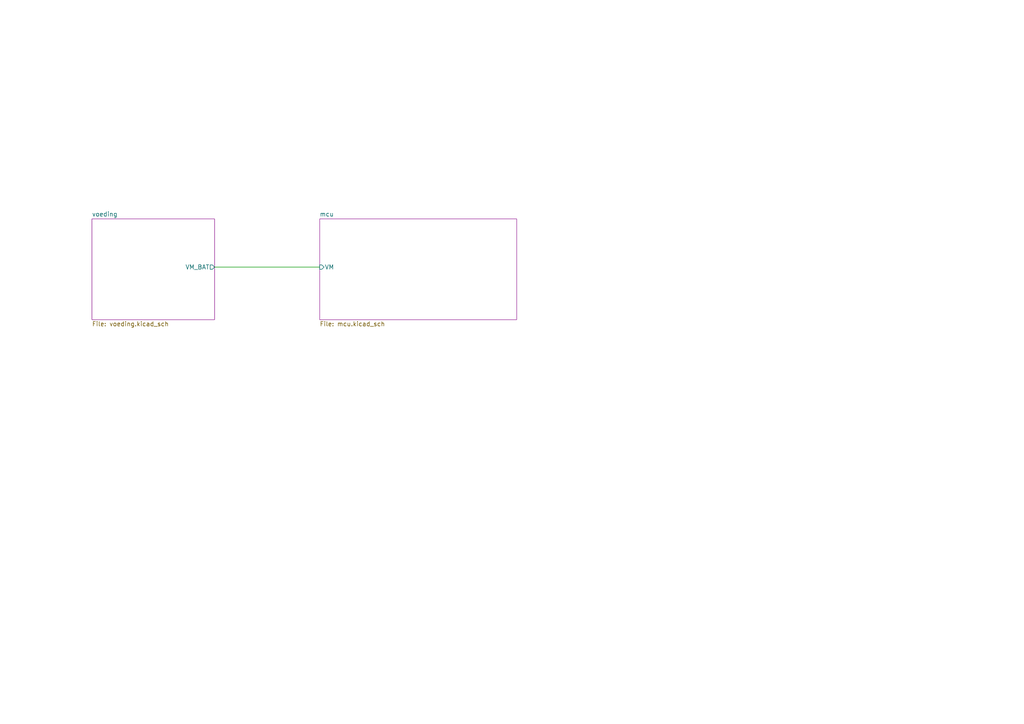
<source format=kicad_sch>
(kicad_sch (version 20210406) (generator eeschema)
  (paper "A4")
  (title_block (title "quadkey") (date "2021-05-17") (rev "V0") (company "eurocircuits ") (comment 1 "bopla behuizing 34111511"))
  (lib_symbols)
  (wire (pts (xy 62.23 77.47) (xy 92.71 77.47)))
  (sheet (at 92.71 63.5) (size 57.15 29.21) (stroke (width 0.0006) (color 132 0 132 1)) (fill (color 255 255 255 0.0000))
    (property "Sheet name" "mcu" (at 92.71 62.8643 0) (effects (justify left bottom)))
    (property "Sheet file" "mcu.kicad_sch" (at 92.71 93.2187 0) (effects (justify left top)))
    (pin "VM" input (at 92.71 77.47 180))
  )
  (sheet (at 26.67 63.5) (size 35.56 29.21) (stroke (width 0.0006) (color 132 0 132 1)) (fill (color 255 255 255 0.0000))
    (property "Sheet name" "voeding" (at 26.67 62.8643 0) (effects (justify left bottom)))
    (property "Sheet file" "voeding.kicad_sch" (at 26.67 93.2187 0) (effects (justify left top)))
    (pin "VM_BAT" output (at 62.23 77.47 0))
  )
)
</source>
